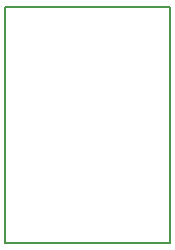
<source format=gm1>
G04 #@! TF.GenerationSoftware,KiCad,Pcbnew,(5.1.6)-1*
G04 #@! TF.CreationDate,2020-10-13T20:44:43+02:00*
G04 #@! TF.ProjectId,DiodeAdapterSmd,44696f64-6541-4646-9170-746572536d64,0*
G04 #@! TF.SameCoordinates,PX5f5e100PY2faf080*
G04 #@! TF.FileFunction,Profile,NP*
%FSLAX46Y46*%
G04 Gerber Fmt 4.6, Leading zero omitted, Abs format (unit mm)*
G04 Created by KiCad (PCBNEW (5.1.6)-1) date 2020-10-13 20:44:43*
%MOMM*%
%LPD*%
G01*
G04 APERTURE LIST*
G04 #@! TA.AperFunction,Profile*
%ADD10C,0.150000*%
G04 #@! TD*
G04 APERTURE END LIST*
D10*
X14000000Y0D02*
X14000000Y-20000000D01*
X0Y-20000000D02*
X14000000Y-20000000D01*
X0Y0D02*
X0Y-20000000D01*
X0Y0D02*
X14000000Y0D01*
M02*

</source>
